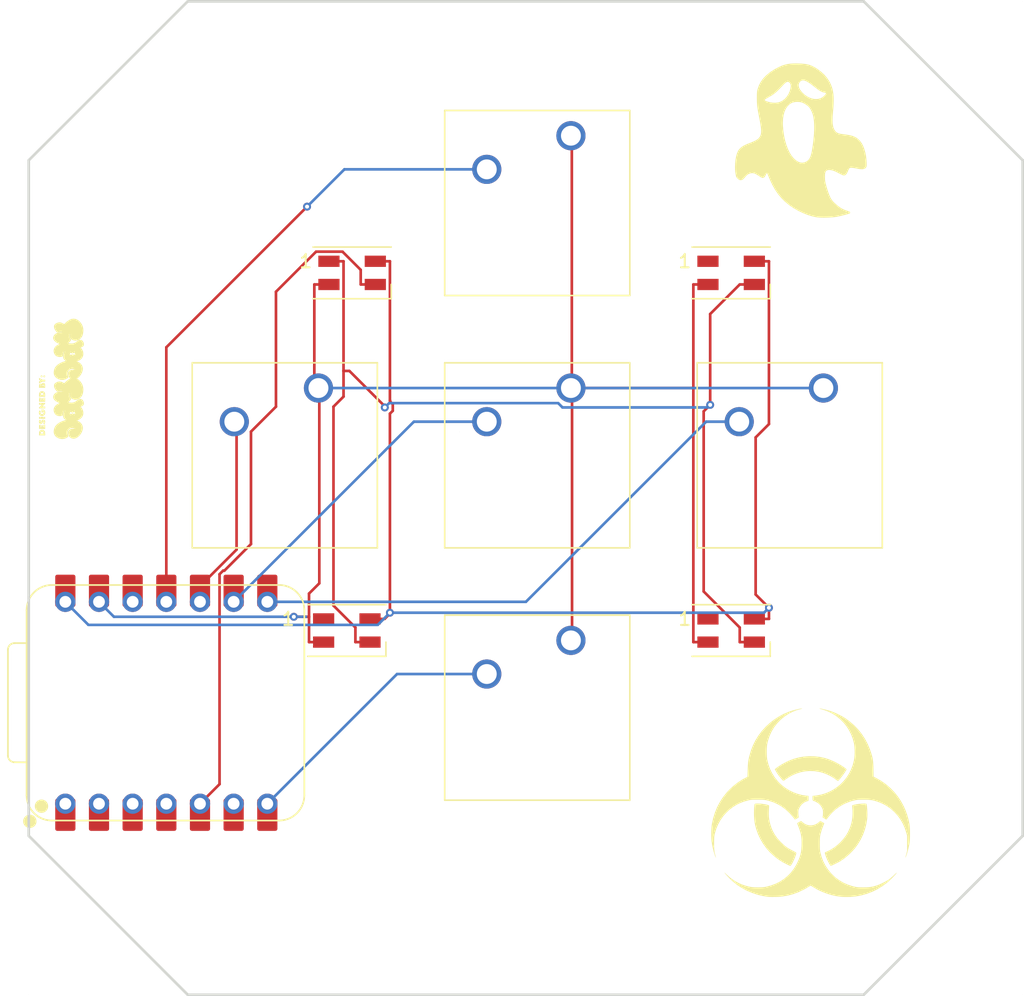
<source format=kicad_pcb>
(kicad_pcb (version 20240108) (generator "pcbnew") (generator_version "8.0")
  (layers (0 "F.Cu" signal) (31 "B.Cu" signal) (34 "B.Paste" user) (35 "F.Paste" user) (36 "B.SilkS" user "B.Silkscreen") (37 "F.SilkS" user "F.Silkscreen") (38 "B.Mask" user) (39 "F.Mask" user) (44 "Edge.Cuts" user))
  (net 0 "")
  (net 1 "GND")
  (net 2 "DOUT")
  (net 3 "GPIO6")
  (net 4 "+5V")
  (net 8 "GPIO3")
  (net 9 "GPIO4")
  (net 10 "GPIO2")
  (net 11 "GPIO1")
  (net 12 "GPIO0")
  (footprint "Button_Switch_Keyboard:SW_Cherry_MX_1.00u_PCB" (layer "F.Cu") (at 168.91 99.695)
    (property "Reference" "SW3")
    (property "Value" "SW_Push")
    (pad "" np_thru_hole circle (at -7.62 5.08) (size 1.7 1.7) (drill 1.7) (layers "*.Cu" "*.Mask"))
    (pad "" np_thru_hole circle (at -2.54 5.08) (size 4 4) (drill 4) (layers "*.Cu" "*.Mask"))
    (pad "" np_thru_hole circle (at 2.54 5.08) (size 1.7 1.7) (drill 1.7) (layers "*.Cu" "*.Mask"))
    (pad "1" thru_hole circle (at 0 0) (size 2.2 2.2) (drill 1.5) (layers "*.Cu" "*.Mask") (net 1 "GND"))
    (pad "2" thru_hole circle (at -6.35 2.54) (size 2.2 2.2) (drill 1.5) (layers "*.Cu" "*.Mask") (net 10 "GPIO2"))
  )
  (footprint "LOGO" (layer "F.Cu") (at 187 131)
    (property "Reference" "G***" (hide yes))
    (property "Value" "LOGO" (hide yes))
  )
  (footprint "LED_SMD:LED_SK6812MINI_PLCC4_3.5x3.5mm_P1.75mm" (layer "F.Cu") (at 181 91)
    (property "Reference" "D2")
    (property "Value" "SK6812MINI")
    (fp_text user "1" (at -3.5 -0.875 0) (layer "F.SilkS"))
    (pad "1" smd rect (at -1.75 -0.875) (size 1.6 0.85) (layers "F.Cu" "F.Paste" "F.Mask"))
    (pad "2" smd rect (at -1.75 0.875) (size 1.6 0.85) (layers "F.Cu" "F.Paste" "F.Mask") (net 1 "GND"))
    (pad "3" smd rect (at 1.75 0.875) (size 1.6 0.85) (layers "F.Cu" "F.Paste" "F.Mask") (net 2 "DOUT"))
    (pad "4" smd rect (at 1.75 -0.875) (size 1.6 0.85) (layers "F.Cu" "F.Paste" "F.Mask") (net 4 "+5V"))
  )
  (footprint "LED_SMD:LED_SK6812MINI_PLCC4_3.5x3.5mm_P1.75mm" (layer "F.Cu") (at 152 118)
    (property "Reference" "D3")
    (property "Value" "SK6812MINI")
    (fp_text user "1" (at -4.422 -0.875 0) (layer "F.SilkS"))
    (pad "1" smd rect (at -1.75 -0.875) (size 1.6 0.85) (layers "F.Cu" "F.Paste" "F.Mask"))
    (pad "2" smd rect (at -1.75 0.875) (size 1.6 0.85) (layers "F.Cu" "F.Paste" "F.Mask") (net 1 "GND"))
    (pad "3" smd rect (at 1.75 0.875) (size 1.6 0.85) (layers "F.Cu" "F.Paste" "F.Mask") (net 2 "DOUT"))
    (pad "4" smd rect (at 1.75 -0.875) (size 1.6 0.85) (layers "F.Cu" "F.Paste" "F.Mask") (net 4 "+5V"))
  )
  (footprint "LED_SMD:LED_SK6812MINI_PLCC4_3.5x3.5mm_P1.75mm" (layer "F.Cu") (at 152.4 91)
    (property "Reference" "D1")
    (property "Value" "SK6812MINI")
    (fp_text user "1" (at -3.5 -0.875 0) (layer "F.SilkS"))
    (pad "1" smd rect (at -1.75 -0.875) (size 1.6 0.85) (layers "F.Cu" "F.Paste" "F.Mask") (net 2 "DOUT"))
    (pad "2" smd rect (at -1.75 0.875) (size 1.6 0.85) (layers "F.Cu" "F.Paste" "F.Mask") (net 1 "GND"))
    (pad "3" smd rect (at 1.75 0.875) (size 1.6 0.85) (layers "F.Cu" "F.Paste" "F.Mask") (net 3 "GPIO6"))
    (pad "4" smd rect (at 1.75 -0.875) (size 1.6 0.85) (layers "F.Cu" "F.Paste" "F.Mask") (net 4 "+5V"))
  )
  (footprint "Button_Switch_Keyboard:SW_Cherry_MX_1.00u_PCB" (layer "F.Cu") (at 187.96 99.695)
    (property "Reference" "SW4")
    (property "Value" "SW_Push")
    (pad "" np_thru_hole circle (at -7.62 5.08) (size 1.7 1.7) (drill 1.7) (layers "*.Cu" "*.Mask"))
    (pad "" np_thru_hole circle (at -2.54 5.08) (size 4 4) (drill 4) (layers "*.Cu" "*.Mask"))
    (pad "" np_thru_hole circle (at 2.54 5.08) (size 1.7 1.7) (drill 1.7) (layers "*.Cu" "*.Mask"))
    (pad "1" thru_hole circle (at 0 0) (size 2.2 2.2) (drill 1.5) (layers "*.Cu" "*.Mask") (net 1 "GND"))
    (pad "2" thru_hole circle (at -6.35 2.54) (size 2.2 2.2) (drill 1.5) (layers "*.Cu" "*.Mask") (net 11 "GPIO1"))
  )
  (footprint "Seeed Studio XIAO Series Library:XIAO-RP2040-DIP" (layer "F.Cu") (at 138.38 123.455 90)
    (property "Reference" "U1")
    (property "Value" "XIAO-RP2040-DIP")
    (pad "1" smd roundrect (at -8.455 -7.62 270) (size 2.432 1.524) (layers "F.Cu" "F.Mask") (roundrect_rratio 0.1))
    (pad "1" thru_hole circle (at -7.62 -7.62 270) (size 1.524 1.524) (drill 0.889) (layers "*.Cu" "*.Mask"))
    (pad "2" smd roundrect (at -8.455 -5.08 270) (size 2.432 1.524) (layers "F.Cu" "F.Mask") (roundrect_rratio 0.1))
    (pad "2" thru_hole circle (at -7.62 -5.08 270) (size 1.524 1.524) (drill 0.889) (layers "*.Cu" "*.Mask"))
    (pad "3" smd roundrect (at -8.455 -2.54 270) (size 2.432 1.524) (layers "F.Cu" "F.Mask") (roundrect_rratio 0.1))
    (pad "3" thru_hole circle (at -7.62 -2.54 270) (size 1.524 1.524) (drill 0.889) (layers "*.Cu" "*.Mask"))
    (pad "4" smd roundrect (at -8.455 0 270) (size 2.432 1.524) (layers "F.Cu" "F.Mask") (roundrect_rratio 0.1))
    (pad "4" thru_hole circle (at -7.62 0 270) (size 1.524 1.524) (drill 0.889) (layers "*.Cu" "*.Mask"))
    (pad "5" smd roundrect (at -8.455 2.54 270) (size 2.432 1.524) (layers "F.Cu" "F.Mask") (roundrect_rratio 0.1) (net 3 "GPIO6"))
    (pad "5" thru_hole circle (at -7.62 2.54 270) (size 1.524 1.524) (drill 0.889) (layers "*.Cu" "*.Mask") (net 3 "GPIO6"))
    (pad "6" smd roundrect (at -8.455 5.08 270) (size 2.432 1.524) (layers "F.Cu" "F.Mask") (roundrect_rratio 0.1))
    (pad "6" thru_hole circle (at -7.62 5.08 270) (size 1.524 1.524) (drill 0.889) (layers "*.Cu" "*.Mask"))
    (pad "7" smd roundrect (at -8.455 7.62 270) (size 2.432 1.524) (layers "F.Cu" "F.Mask") (roundrect_rratio 0.1) (net 12 "GPIO0"))
    (pad "7" thru_hole circle (at -7.62 7.62 270) (size 1.524 1.524) (drill 0.889) (layers "*.Cu" "*.Mask") (net 12 "GPIO0"))
    (pad "8" thru_hole circle (at 7.62 7.62 90) (size 1.524 1.524) (drill 0.889) (layers "*.Cu" "*.Mask") (net 11 "GPIO1"))
    (pad "8" smd roundrect (at 8.455 7.62 90) (size 2.432 1.524) (layers "F.Cu" "F.Mask") (roundrect_rratio 0.1) (net 11 "GPIO1"))
    (pad "9" thru_hole circle (at 7.62 5.08 90) (size 1.524 1.524) (drill 0.889) (layers "*.Cu" "*.Mask") (net 10 "GPIO2"))
    (pad "9" smd roundrect (at 8.455 5.08 90) (size 2.432 1.524) (layers "F.Cu" "F.Mask") (roundrect_rratio 0.1) (net 10 "GPIO2"))
    (pad "10" thru_hole circle (at 7.62 2.54 90) (size 1.524 1.524) (drill 0.889) (layers "*.Cu" "*.Mask") (net 9 "GPIO4"))
    (pad "10" smd roundrect (at 8.455 2.54 90) (size 2.432 1.524) (layers "F.Cu" "F.Mask") (roundrect_rratio 0.1) (net 9 "GPIO4"))
    (pad "11" thru_hole circle (at 7.62 0 90) (size 1.524 1.524) (drill 0.889) (layers "*.Cu" "*.Mask") (net 8 "GPIO3"))
    (pad "11" smd roundrect (at 8.455 0 90) (size 2.432 1.524) (layers "F.Cu" "F.Mask") (roundrect_rratio 0.1) (net 8 "GPIO3"))
    (pad "12" thru_hole circle (at 7.62 -2.54 90) (size 1.524 1.524) (drill 0.889) (layers "*.Cu" "*.Mask"))
    (pad "12" smd roundrect (at 8.455 -2.54 90) (size 2.432 1.524) (layers "F.Cu" "F.Mask") (roundrect_rratio 0.1))
    (pad "13" thru_hole circle (at 7.62 -5.08 90) (size 1.524 1.524) (drill 0.889) (layers "*.Cu" "*.Mask") (net 1 "GND"))
    (pad "13" smd roundrect (at 8.455 -5.08 90) (size 2.432 1.524) (layers "F.Cu" "F.Mask") (roundrect_rratio 0.1) (net 1 "GND"))
    (pad "14" thru_hole circle (at 7.62 -7.62 90) (size 1.524 1.524) (drill 0.889) (layers "*.Cu" "*.Mask") (net 4 "+5V"))
    (pad "14" smd roundrect (at 8.455 -7.62 90) (size 2.432 1.524) (layers "F.Cu" "F.Mask") (roundrect_rratio 0.1) (net 4 "+5V"))
  )
  (footprint "Button_Switch_Keyboard:SW_Cherry_MX_1.00u_PCB" (layer "F.Cu") (at 168.91 118.745)
    (property "Reference" "SW5")
    (property "Value" "SW_Push")
    (pad "" np_thru_hole circle (at -7.62 5.08) (size 1.7 1.7) (drill 1.7) (layers "*.Cu" "*.Mask"))
    (pad "" np_thru_hole circle (at -2.54 5.08) (size 4 4) (drill 4) (layers "*.Cu" "*.Mask"))
    (pad "" np_thru_hole circle (at 2.54 5.08) (size 1.7 1.7) (drill 1.7) (layers "*.Cu" "*.Mask"))
    (pad "1" thru_hole circle (at 0 0) (size 2.2 2.2) (drill 1.5) (layers "*.Cu" "*.Mask") (net 1 "GND"))
    (pad "2" thru_hole circle (at -6.35 2.54) (size 2.2 2.2) (drill 1.5) (layers "*.Cu" "*.Mask") (net 12 "GPIO0"))
  )
  (footprint "Button_Switch_Keyboard:SW_Cherry_MX_1.00u_PCB" (layer "F.Cu") (at 149.86 99.695)
    (property "Reference" "SW2")
    (property "Value" "SW_Push")
    (pad "" np_thru_hole circle (at -7.62 5.08) (size 1.7 1.7) (drill 1.7) (layers "*.Cu" "*.Mask"))
    (pad "" np_thru_hole circle (at -2.54 5.08) (size 4 4) (drill 4) (layers "*.Cu" "*.Mask"))
    (pad "" np_thru_hole circle (at 2.54 5.08) (size 1.7 1.7) (drill 1.7) (layers "*.Cu" "*.Mask"))
    (pad "1" thru_hole circle (at 0 0) (size 2.2 2.2) (drill 1.5) (layers "*.Cu" "*.Mask") (net 1 "GND"))
    (pad "2" thru_hole circle (at -6.35 2.54) (size 2.2 2.2) (drill 1.5) (layers "*.Cu" "*.Mask") (net 9 "GPIO4"))
  )
  (footprint "Button_Switch_Keyboard:SW_Cherry_MX_1.00u_PCB" (layer "F.Cu") (at 168.91 80.645)
    (property "Reference" "SW1")
    (property "Value" "SW_Push")
    (pad "" np_thru_hole circle (at -7.62 5.08) (size 1.7 1.7) (drill 1.7) (layers "*.Cu" "*.Mask"))
    (pad "" np_thru_hole circle (at -2.54 5.08) (size 4 4) (drill 4) (layers "*.Cu" "*.Mask"))
    (pad "" np_thru_hole circle (at 2.54 5.08) (size 1.7 1.7) (drill 1.7) (layers "*.Cu" "*.Mask"))
    (pad "1" thru_hole circle (at 0 0) (size 2.2 2.2) (drill 1.5) (layers "*.Cu" "*.Mask") (net 1 "GND"))
    (pad "2" thru_hole circle (at -6.35 2.54) (size 2.2 2.2) (drill 1.5) (layers "*.Cu" "*.Mask") (net 8 "GPIO3"))
  )
  (footprint "LOGO" (layer "F.Cu") (at 131 99 90)
    (property "Reference" "G***" (hide yes))
    (property "Value" "LOGO" (hide yes))
  )
  (footprint "LOGO" (layer "F.Cu") (at 186 81)
    (property "Reference" "G***" (hide yes))
    (property "Value" "LOGO" (hide yes))
  )
  (footprint "LOGO" (layer "F.Cu") (at 129 101 90)
    (property "Reference" "G***" (hide yes))
    (property "Value" "LOGO" (hide yes))
  )
  (footprint "LED_SMD:LED_SK6812MINI_PLCC4_3.5x3.5mm_P1.75mm" (layer "F.Cu") (at 181 118)
    (property "Reference" "D4")
    (property "Value" "SK6812MINI")
    (fp_text user "1" (at -3.5 -0.875 0) (layer "F.SilkS"))
    (pad "1" smd rect (at -1.75 -0.875) (size 1.6 0.85) (layers "F.Cu" "F.Paste" "F.Mask"))
    (pad "2" smd rect (at -1.75 0.875) (size 1.6 0.85) (layers "F.Cu" "F.Paste" "F.Mask") (net 1 "GND"))
    (pad "3" smd rect (at 1.75 0.875) (size 1.6 0.85) (layers "F.Cu" "F.Paste" "F.Mask") (net 2 "DOUT"))
    (pad "4" smd rect (at 1.75 -0.875) (size 1.6 0.85) (layers "F.Cu" "F.Paste" "F.Mask") (net 4 "+5V"))
  )
  (gr_circle (center 128 70.5) (end 128.01 70.5) (stroke (width 0.0001)) (fill solid) (layer "Edge.Cuts"))
  (gr_line (start 128 82.5) (end 128 133.5) (stroke (width 0.2)) (layer "Edge.Cuts"))
  (gr_circle (center 160.5 103) (end 160.51 103) (stroke (width 0.0001)) (fill solid) (layer "Edge.Cuts"))
  (gr_circle (center 160.5 103) (end 160.51 103) (stroke (width 0.0001)) (fill solid) (layer "Edge.Cuts"))
  (gr_line (start 191 70.5) (end 140 70.5) (stroke (width 0.2)) (layer "Edge.Cuts"))
  (gr_line (start 203 133.5) (end 203 82.5) (stroke (width 0.2)) (layer "Edge.Cuts"))
  (gr_line (start 191 145.5) (end 203 133.5) (stroke (width 0.2)) (layer "Edge.Cuts"))
  (gr_circle (center 203 70.5) (end 203.01 70.5) (stroke (width 0.0001)) (fill solid) (layer "Edge.Cuts"))
  (gr_line (start 128 133.5) (end 140 145.5) (stroke (width 0.2)) (layer "Edge.Cuts"))
  (gr_circle (center 128 145.5) (end 128.01 145.5) (stroke (width 0.0001)) (fill solid) (layer "Edge.Cuts"))
  (gr_line (start 140 145.5) (end 191 145.5) (stroke (width 0.2)) (layer "Edge.Cuts"))
  (gr_circle (center 203 145.5) (end 203.01 145.5) (stroke (width 0.0001)) (fill solid) (layer "Edge.Cuts"))
  (gr_line (start 191 70.5) (end 203 82.5) (stroke (width 0.2)) (layer "Edge.Cuts"))
  (gr_line (start 140 70.5) (end 128 82.5) (stroke (width 0.2)) (layer "Edge.Cuts"))
  (segment (start 168.91 80.645) (end 168.977 80.7122) (width 0.2) (layer "F.Cu") (net 1))
  (segment (start 149.148 116.963) (end 148 116.963) (width 0.2) (layer "F.Cu") (net 1))
  (segment (start 149.548 91.875) (end 149.548 99.3833) (width 0.2) (layer "F.Cu") (net 1))
  (segment (start 149.148 118.875) (end 150.25 118.875) (width 0.2) (layer "F.Cu") (net 1))
  (segment (start 133.3 115.835) (end 133.3 115) (width 0.2) (layer "F.Cu") (net 1))
  (segment (start 149.548 99.3833) (end 149.86 99.695) (width 0.2) (layer "F.Cu") (net 1))
  (segment (start 168.977 99.6278) (end 168.91 99.695) (width 0.2) (layer "F.Cu") (net 1))
  (segment (start 178.148 118.875) (end 178.148 99.695) (width 0.2) (layer "F.Cu") (net 1))
  (segment (start 179.25 118.875) (end 178.148 118.875) (width 0.2) (layer "F.Cu") (net 1))
  (segment (start 179.25 91.875) (end 178.148 91.875) (width 0.2) (layer "F.Cu") (net 1))
  (segment (start 149.148 116.963) (end 149.148 118.875) (width 0.2) (layer "F.Cu") (net 1))
  (segment (start 149.86 99.695) (end 149.924 99.7592) (width 0.2) (layer "F.Cu") (net 1))
  (segment (start 168.994 99.695) (end 168.91 99.695) (width 0.2) (layer "F.Cu") (net 1))
  (segment (start 178.148 91.875) (end 178.148 99.695) (width 0.2) (layer "F.Cu") (net 1))
  (segment (start 149.924 99.7592) (end 149.924 114.435) (width 0.2) (layer "F.Cu") (net 1))
  (segment (start 168.994 118.661) (end 168.91 118.745) (width 0.2) (layer "F.Cu") (net 1))
  (segment (start 168.977 80.7122) (end 168.977 99.6278) (width 0.2) (layer "F.Cu") (net 1))
  (segment (start 149.924 114.435) (end 149.148 115.211) (width 0.2) (layer "F.Cu") (net 1))
  (segment (start 168.994 99.695) (end 168.994 118.661) (width 0.2) (layer "F.Cu") (net 1))
  (segment (start 149.148 115.211) (end 149.148 116.963) (width 0.2) (layer "F.Cu") (net 1))
  (segment (start 150.65 91.875) (end 149.548 91.875) (width 0.2) (layer "F.Cu") (net 1))
  (segment (start 178.148 99.695) (end 168.994 99.695) (width 0.2) (layer "F.Cu") (net 1))
  (via (at 148 116.963) (size 0.6) (drill 0.3) (layers "F.Cu" "B.Cu") (net 1))
  (segment (start 148.922 116.963) (end 134.428 116.963) (width 0.2) (layer "B.Cu") (net 1))
  (segment (start 149.86 99.695) (end 168.91 99.695) (width 0.2) (layer "B.Cu") (net 1))
  (segment (start 187.96 99.695) (end 168.91 99.695) (width 0.2) (layer "B.Cu") (net 1))
  (segment (start 134.428 116.963) (end 133.3 115.835) (width 0.2) (layer "B.Cu") (net 1))
  (segment (start 150.993 116.118) (end 152.648 117.773) (width 0.2) (layer "F.Cu") (net 2))
  (segment (start 179.417 94.1063) (end 181.648 91.875) (width 0.2) (layer "F.Cu") (net 2))
  (segment (start 150.65 90.125) (end 151.752 90.125) (width 0.2) (layer "F.Cu") (net 2))
  (segment (start 150.993 101.102) (end 150.993 116.118) (width 0.2) (layer "F.Cu") (net 2))
  (segment (start 151.752 100.343) (end 150.993 101.102) (width 0.2) (layer "F.Cu") (net 2))
  (segment (start 181.648 91.875) (end 182.75 91.875) (width 0.2) (layer "F.Cu") (net 2))
  (segment (start 152.648 117.773) (end 152.648 118.875) (width 0.2) (layer "F.Cu") (net 2))
  (segment (start 181.648 117.773) (end 178.927 115.052) (width 0.2) (layer "F.Cu") (net 2))
  (segment (start 152.648 118.875) (end 153.75 118.875) (width 0.2) (layer "F.Cu") (net 2))
  (segment (start 181.648 118.875) (end 181.648 117.773) (width 0.2) (layer "F.Cu") (net 2))
  (segment (start 151.752 90.125) (end 151.752 98.4036) (width 0.2) (layer "F.Cu") (net 2))
  (segment (start 178.927 101.455) (end 179.417 100.965) (width 0.2) (layer "F.Cu") (net 2))
  (segment (start 179.417 100.965) (end 179.417 94.1063) (width 0.2) (layer "F.Cu") (net 2))
  (segment (start 178.927 115.052) (end 178.927 101.455) (width 0.2) (layer "F.Cu") (net 2))
  (segment (start 154.866 101.076) (end 154.866 101.162) (width 0.2) (layer "F.Cu") (net 2))
  (segment (start 182.75 118.875) (end 181.648 118.875) (width 0.2) (layer "F.Cu") (net 2))
  (segment (start 151.752 98.4036) (end 151.752 100.343) (width 0.2) (layer "F.Cu") (net 2))
  (segment (start 151.752 98.4036) (end 152.194 98.4036) (width 0.2) (layer "F.Cu") (net 2))
  (segment (start 152.194 98.4036) (end 154.866 101.076) (width 0.2) (layer "F.Cu") (net 2))
  (via (at 154.866 101.162) (size 0.6) (drill 0.3) (layers "F.Cu" "B.Cu") (net 2))
  (via (at 179.417 100.965) (size 0.6) (drill 0.3) (layers "F.Cu" "B.Cu") (net 2))
  (segment (start 155.195 100.833) (end 167.948 100.833) (width 0.2) (layer "B.Cu") (net 2))
  (segment (start 179.224 101.158) (end 179.417 100.965) (width 0.2) (layer "B.Cu") (net 2))
  (segment (start 168.273 101.158) (end 179.224 101.158) (width 0.2) (layer "B.Cu") (net 2))
  (segment (start 167.948 100.833) (end 168.273 101.158) (width 0.2) (layer "B.Cu") (net 2))
  (segment (start 154.866 101.162) (end 155.195 100.833) (width 0.2) (layer "B.Cu") (net 2))
  (segment (start 146.654 92.4242) (end 146.654 101.101) (width 0.2) (layer "F.Cu") (net 3))
  (segment (start 140.92 131.91) (end 140.92 131.075) (width 0.2) (layer "F.Cu") (net 3))
  (segment (start 144.768 102.986) (end 144.768 111.474) (width 0.2) (layer "F.Cu") (net 3))
  (segment (start 154.15 91.875) (end 153.048 91.875) (width 0.2) (layer "F.Cu") (net 3))
  (segment (start 149.679 89.3983) (end 146.654 92.4242) (width 0.2) (layer "F.Cu") (net 3))
  (segment (start 151.673 89.3983) (end 149.679 89.3983) (width 0.2) (layer "F.Cu") (net 3))
  (segment (start 146.654 101.101) (end 144.768 102.986) (width 0.2) (layer "F.Cu") (net 3))
  (segment (start 153.048 90.7733) (end 151.673 89.3983) (width 0.2) (layer "F.Cu") (net 3))
  (segment (start 142.396 113.748) (end 142.396 129.599) (width 0.2) (layer "F.Cu") (net 3))
  (segment (start 142.662 113.482) (end 142.396 113.748) (width 0.2) (layer "F.Cu") (net 3))
  (segment (start 142.396 129.599) (end 140.92 131.075) (width 0.2) (layer "F.Cu") (net 3))
  (segment (start 144.768 111.474) (end 142.761 113.482) (width 0.2) (layer "F.Cu") (net 3))
  (segment (start 142.761 113.482) (end 142.662 113.482) (width 0.2) (layer "F.Cu") (net 3))
  (segment (start 153.048 91.875) (end 153.048 90.7733) (width 0.2) (layer "F.Cu") (net 3))
  (segment (start 155.252 100.632) (end 155.252 90.125) (width 0.2) (layer "F.Cu") (net 4))
  (segment (start 155.468 101.412) (end 155.468 100.913) (width 0.2) (layer "F.Cu") (net 4))
  (segment (start 183.852 90.125) (end 183.852 102.418) (width 0.2) (layer "F.Cu") (net 4))
  (segment (start 155.252 116.656) (end 155.252 101.628) (width 0.2) (layer "F.Cu") (net 4))
  (segment (start 155.252 101.628) (end 155.468 101.412) (width 0.2) (layer "F.Cu") (net 4))
  (segment (start 155.268 100.713) (end 155.268 100.648) (width 0.2) (layer "F.Cu") (net 4))
  (segment (start 130.76 115.835) (end 130.76 115) (width 0.2) (layer "F.Cu") (net 4))
  (segment (start 182.75 117.125) (end 183.852 117.125) (width 0.2) (layer "F.Cu") (net 4))
  (segment (start 155.268 100.648) (end 155.252 100.632) (width 0.2) (layer "F.Cu") (net 4))
  (segment (start 183.852 102.418) (end 182.848 103.422) (width 0.2) (layer "F.Cu") (net 4))
  (segment (start 155.468 100.913) (end 155.268 100.713) (width 0.2) (layer "F.Cu") (net 4))
  (segment (start 183.852 117.125) (end 183.852 116.284) (width 0.2) (layer "F.Cu") (net 4))
  (segment (start 155.252 116.656) (end 155.252 116.725) (width 0.2) (layer "F.Cu") (net 4))
  (segment (start 182.848 115.28) (end 183.852 116.284) (width 0.2) (layer "F.Cu") (net 4))
  (segment (start 154.852 117.125) (end 153.75 117.125) (width 0.2) (layer "F.Cu") (net 4))
  (segment (start 182.848 103.422) (end 182.848 115.28) (width 0.2) (layer "F.Cu") (net 4))
  (segment (start 182.75 90.125) (end 183.852 90.125) (width 0.2) (layer "F.Cu") (net 4))
  (segment (start 155.252 90.125) (end 154.15 90.125) (width 0.2) (layer "F.Cu") (net 4))
  (segment (start 155.252 116.725) (end 154.852 117.125) (width 0.2) (layer "F.Cu") (net 4))
  (via (at 183.852 116.284) (size 0.6) (drill 0.3) (layers "F.Cu" "B.Cu") (net 4))
  (via (at 155.252 116.656) (size 0.6) (drill 0.3) (layers "F.Cu" "B.Cu") (net 4))
  (segment (start 130.76 115.835) (end 132.501 117.576) (width 0.2) (layer "B.Cu") (net 4))
  (segment (start 132.501 117.576) (end 154.331 117.576) (width 0.2) (layer "B.Cu") (net 4))
  (segment (start 183.48 116.656) (end 183.852 116.284) (width 0.2) (layer "B.Cu") (net 4))
  (segment (start 154.331 117.576) (end 155.252 116.656) (width 0.2) (layer "B.Cu") (net 4))
  (segment (start 155.252 116.656) (end 183.48 116.656) (width 0.2) (layer "B.Cu") (net 4))
  (segment (start 138.38 115) (end 138.38 96.62) (width 0.2) (layer "F.Cu") (net 8))
  (segment (start 138.38 96.62) (end 149 86) (width 0.2) (layer "F.Cu") (net 8))
  (segment (start 138.38 115.835) (end 138.38 115) (width 0.2) (layer "F.Cu") (net 8))
  (via (at 149 86) (size 0.6) (drill 0.3) (layers "F.Cu" "B.Cu") (net 8))
  (segment (start 151.815 83.185) (end 149 86) (width 0.2) (layer "B.Cu") (net 8))
  (segment (start 162.56 83.185) (end 151.815 83.185) (width 0.2) (layer "B.Cu") (net 8))
  (segment (start 143.681 102.406) (end 143.681 111.894) (width 0.2) (layer "F.Cu") (net 9))
  (segment (start 143.51 102.235) (end 143.681 102.406) (width 0.2) (layer "F.Cu") (net 9))
  (segment (start 140.92 114.656) (end 140.92 115) (width 0.2) (layer "F.Cu") (net 9))
  (segment (start 140.92 115.835) (end 140.92 115) (width 0.2) (layer "F.Cu") (net 9))
  (segment (start 143.681 111.894) (end 140.92 114.656) (width 0.2) (layer "F.Cu") (net 9))
  (segment (start 143.46 115.835) (end 143.46 115) (width 0.2) (layer "F.Cu") (net 10))
  (segment (start 162.56 102.235) (end 157.06 102.235) (width 0.2) (layer "B.Cu") (net 10))
  (segment (start 157.06 102.235) (end 143.46 115.835) (width 0.2) (layer "B.Cu") (net 10))
  (segment (start 146 115.835) (end 146 115) (width 0.2) (layer "F.Cu") (net 11))
  (segment (start 179.111 102.235) (end 165.511 115.835) (width 0.2) (layer "B.Cu") (net 11))
  (segment (start 165.511 115.835) (end 146 115.835) (width 0.2) (layer "B.Cu") (net 11))
  (segment (start 181.61 102.235) (end 179.111 102.235) (width 0.2) (layer "B.Cu") (net 11))
  (segment (start 146 131.91) (end 146 131.075) (width 0.2) (layer "F.Cu") (net 12))
  (segment (start 155.79 121.285) (end 146 131.075) (width 0.2) (layer "B.Cu") (net 12))
  (segment (start 162.56 121.285) (end 155.79 121.285) (width 0.2) (layer "B.Cu") (net 12))
)
</source>
